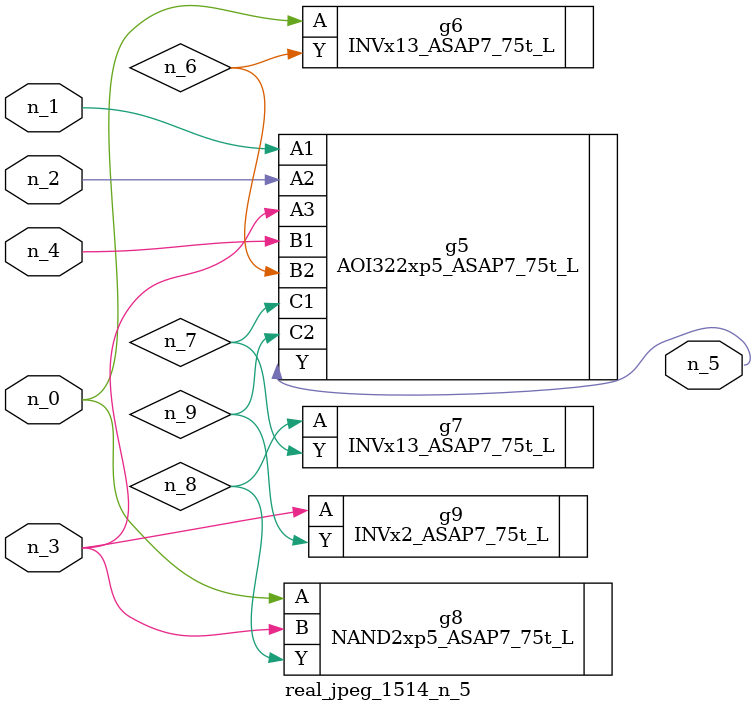
<source format=v>
module real_jpeg_1514_n_5 (n_4, n_0, n_1, n_2, n_3, n_5);

input n_4;
input n_0;
input n_1;
input n_2;
input n_3;

output n_5;

wire n_8;
wire n_6;
wire n_7;
wire n_9;

INVx13_ASAP7_75t_L g6 ( 
.A(n_0),
.Y(n_6)
);

NAND2xp5_ASAP7_75t_L g8 ( 
.A(n_0),
.B(n_3),
.Y(n_8)
);

AOI322xp5_ASAP7_75t_L g5 ( 
.A1(n_1),
.A2(n_2),
.A3(n_3),
.B1(n_4),
.B2(n_6),
.C1(n_7),
.C2(n_9),
.Y(n_5)
);

INVx2_ASAP7_75t_L g9 ( 
.A(n_3),
.Y(n_9)
);

INVx13_ASAP7_75t_L g7 ( 
.A(n_8),
.Y(n_7)
);


endmodule
</source>
